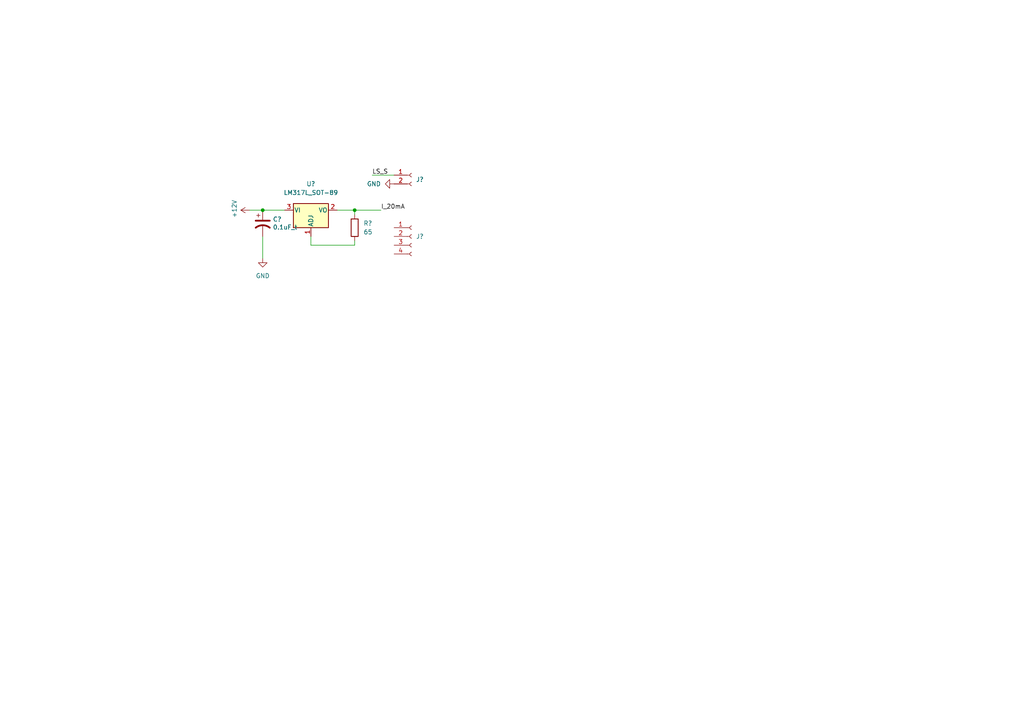
<source format=kicad_sch>
(kicad_sch (version 20211123) (generator eeschema)
  (paper "A4")
  (lib_symbols
    (symbol "BREAD_Slice-rescue:10uF_t-OCI_UPL_2_Capacitors" (pin_numbers hide) (pin_names (offset 0.254) hide)
      (property "Reference" "C" (at 0.635 2.54 0))
      (property "Value" "BREAD_Slice-rescue_10uF_t-OCI_UPL_2_Capacitors" (at 0.635 -2.54 0))
      (symbol "10uF_t-OCI_UPL_2_Capacitors_0_1"
        (polyline (pts (xy -2.032 0.762) (xy 2.032 0.762)) (stroke (width 0.508)))
        (polyline (pts (xy -1.778 2.286) (xy -0.762 2.286)))
        (polyline (pts (xy -1.27 1.778) (xy -1.27 2.794)))
        (arc (start 2.032 -1.27) (mid 0 -0.5572) (end -2.032 -1.27) (stroke (width 0.508)))
      )
      (symbol "10uF_t-OCI_UPL_2_Capacitors_1_1"
        (pin passive line (at 0 3.81 270) (length 2.794) (name "~") (number "1"))
        (pin passive line (at 0 -3.81 90) (length 3.302) (name "~") (number "2"))
      )
    )
    (symbol "Connector:Conn_01x02_Female" (pin_names (offset 1.016) hide)
      (property "Reference" "J" (at 0 2.54 0))
      (property "Value" "Conn_01x02_Female" (at 0 -5.08 0))
      (symbol "Conn_01x02_Female_1_1"
        (arc (start 0 -2.032) (mid -0.508 -2.54) (end 0 -3.048) (stroke (width 0.1524)))
        (polyline (pts (xy -1.27 -2.54) (xy -0.508 -2.54)) (stroke (width 0.1524)))
        (polyline (pts (xy -1.27 0) (xy -0.508 0)) (stroke (width 0.1524)))
        (arc (start 0 0.508) (mid -0.508 0) (end 0 -0.508) (stroke (width 0.1524)))
        (pin passive line (at -5.08 0 0) (length 3.81) (name "Pin_1") (number "1"))
        (pin passive line (at -5.08 -2.54 0) (length 3.81) (name "Pin_2") (number "2"))
      )
    )
    (symbol "Connector:Conn_01x04_Female" (pin_names (offset 1.016) hide)
      (property "Reference" "J" (at 0 5.08 0))
      (property "Value" "Conn_01x04_Female" (at 0 -7.62 0))
      (symbol "Conn_01x04_Female_1_1"
        (arc (start 0 -4.572) (mid -0.508 -5.08) (end 0 -5.588) (stroke (width 0.1524)))
        (arc (start 0 -2.032) (mid -0.508 -2.54) (end 0 -3.048) (stroke (width 0.1524)))
        (polyline (pts (xy -1.27 -5.08) (xy -0.508 -5.08)) (stroke (width 0.1524)))
        (polyline (pts (xy -1.27 -2.54) (xy -0.508 -2.54)) (stroke (width 0.1524)))
        (polyline (pts (xy -1.27 0) (xy -0.508 0)) (stroke (width 0.1524)))
        (polyline (pts (xy -1.27 2.54) (xy -0.508 2.54)) (stroke (width 0.1524)))
        (arc (start 0 0.508) (mid -0.508 0) (end 0 -0.508) (stroke (width 0.1524)))
        (arc (start 0 3.048) (mid -0.508 2.54) (end 0 2.032) (stroke (width 0.1524)))
        (pin passive line (at -5.08 2.54 0) (length 3.81) (name "Pin_1") (number "1"))
        (pin passive line (at -5.08 0 0) (length 3.81) (name "Pin_2") (number "2"))
        (pin passive line (at -5.08 -2.54 0) (length 3.81) (name "Pin_3") (number "3"))
        (pin passive line (at -5.08 -5.08 0) (length 3.81) (name "Pin_4") (number "4"))
      )
    )
    (symbol "Device:R" (pin_numbers hide) (pin_names (offset 0))
      (property "Reference" "R" (at 2.032 0 90))
      (property "Value" "R" (at 0 0 90))
      (symbol "R_0_1"
        (rectangle (start -1.016 -2.54) (end 1.016 2.54) (stroke (width 0.254)))
      )
      (symbol "R_1_1"
        (pin passive line (at 0 3.81 270) (length 1.27) (name "~") (number "1"))
        (pin passive line (at 0 -3.81 90) (length 1.27) (name "~") (number "2"))
      )
    )
    (symbol "Regulator_Linear:LM317L_SOT-89" (pin_names (offset 0.254))
      (property "Reference" "U" (at -3.81 3.175 0))
      (property "Value" "LM317L_SOT-89" (at 0 3.175 0))
      (symbol "LM317L_SOT-89_0_1"
        (rectangle (start -5.08 1.905) (end 5.08 -5.08) (stroke (width 0.254)) (fill (type background)))
      )
      (symbol "LM317L_SOT-89_1_1"
        (pin input line (at 0 -7.62 90) (length 2.54) (name "ADJ") (number "1"))
        (pin power_out line (at 7.62 0 180) (length 2.54) (name "VO") (number "2"))
        (pin power_in line (at -7.62 0 0) (length 2.54) (name "VI") (number "3"))
      )
    )
    (symbol "power:+12V" (power) (pin_names (offset 0))
      (property "Value" "+12V" (at 0 3.556 0))
      (symbol "+12V_0_1"
        (polyline (pts (xy -0.762 1.27) (xy 0 2.54)))
        (polyline (pts (xy 0 0) (xy 0 2.54)))
        (polyline (pts (xy 0 2.54) (xy 0.762 1.27)))
      )
      (symbol "+12V_1_1"
        (pin power_in line (at 0 0 90) (length 0) hide (name "+12V") (number "1"))
      )
    )
    (symbol "power:GND" (power) (pin_names (offset 0))
      (property "Value" "GND" (at 0 -3.81 0))
      (symbol "GND_0_1"
        (polyline (pts (xy 0 0) (xy 0 -1.27) (xy 1.27 -1.27) (xy 0 -2.54) (xy -1.27 -1.27) (xy 0 -1.27)))
      )
      (symbol "GND_1_1"
        (pin power_in line (at 0 0 270) (length 0) hide (name "GND") (number "1"))
      )
    )
  )
  (junction (at 76.2 60.96))
  (junction (at 102.87 60.96))
  (wire (pts (xy 76.2 60.96) (xy 82.55 60.96)))
  (wire (pts (xy 107.95 50.8) (xy 114.3 50.8)))
  (wire (pts (xy 76.2 68.58) (xy 76.2 74.93)))
  (wire (pts (xy 102.87 62.23) (xy 102.87 60.96)))
  (wire (pts (xy 102.87 60.96) (xy 110.49 60.96)))
  (wire (pts (xy 72.39 60.96) (xy 76.2 60.96)))
  (wire (pts (xy 97.79 60.96) (xy 102.87 60.96)))
  (wire (pts (xy 102.87 69.85) (xy 102.87 71.12)))
  (wire (pts (xy 102.87 71.12) (xy 90.17 71.12)))
  (wire (pts (xy 90.17 68.58) (xy 90.17 71.12)))
  (label "I_20mA" (at 110.49 60.96 0))
  (label "LS_S" (at 107.95 50.8 0))
  (symbol (lib_id "power:+12V") (at 72.39 60.96 90) (unit 1)
    (property "Reference" "#PWR?" (effects hide))
    (property "Value" "+12V" (at 67.9958 60.579 0))
  )
  (symbol (lib_id "BREAD_Slice-rescue:10uF_t-OCI_UPL_2_Capacitors") (at 76.2 64.77 0) (unit 1)
    (property "Reference" "C?" (at 79.121 63.6016 0) (effects (justify left)))
    (property "Value" "0.1uF_t" (at 79.121 65.913 0) (effects (justify left)))
    (property "Footprint" "OCI_UPL_FOOTPRINTS:C_2312" (effects hide))
    (property "Datasheet" "https://www.digikey.com/short/qcd8n7" (effects hide))
    (property "Part #" "T491C106K025AT" (effects hide))
    (property "UPL #" "2.021" (effects hide))
  )
  (symbol (lib_id "Device:R") (at 102.87 66.04 0) (unit 1)
    (property "Reference" "R?" (at 105.41 64.7699 0) (effects (justify left)))
    (property "Value" "65" (at 105.41 67.3099 0) (effects (justify left)))
  )
  (symbol (lib_id "power:GND") (at 114.3 53.34 270) (unit 1)
    (property "Reference" "#PWR?" (effects hide))
    (property "Value" "GND" (at 110.49 53.3401 90) (effects (justify right)))
  )
  (symbol (lib_id "power:GND") (at 76.2 74.93 0) (unit 1)
    (property "Reference" "#PWR?" (effects hide))
    (property "Value" "GND" (at 76.2 80.01 0))
  )
  (symbol (lib_id "Connector:Conn_01x02_Female") (at 119.38 50.8 0) (unit 1)
    (property "Reference" "J?" (at 120.65 52.0699 0) (effects (justify left)))
    (property "Value" "Conn_01x02_Female" (effects hide))
    (property "Footprint" "Connector_PinSocket_2.54mm:PinSocket_1x02_P2.54mm_Horizontal" (effects hide))
  )
  (symbol (lib_id "Regulator_Linear:LM317L_SOT-89") (at 90.17 60.96 0) (unit 1)
    (property "Reference" "U?" (at 90.17 53.34 0))
    (property "Value" "LM317L_SOT-89" (at 90.17 55.88 0))
    (property "Footprint" "Package_TO_SOT_SMD:SOT-89-3" (effects hide))
    (property "Datasheet" "http://www.ti.com/lit/ds/symlink/lm317l.pdf" (effects hide))
  )
  (symbol (lib_id "Connector:Conn_01x04_Female") (at 119.38 68.58 0) (unit 1)
    (property "Reference" "J?" (at 120.65 68.5799 0) (effects (justify left)))
    (property "Value" "Conn_01x04_Female" (effects hide))
    (property "Footprint" "Connector_PinSocket_2.54mm:PinSocket_1x04_P2.54mm_Horizontal" (effects hide))
  )
)
</source>
